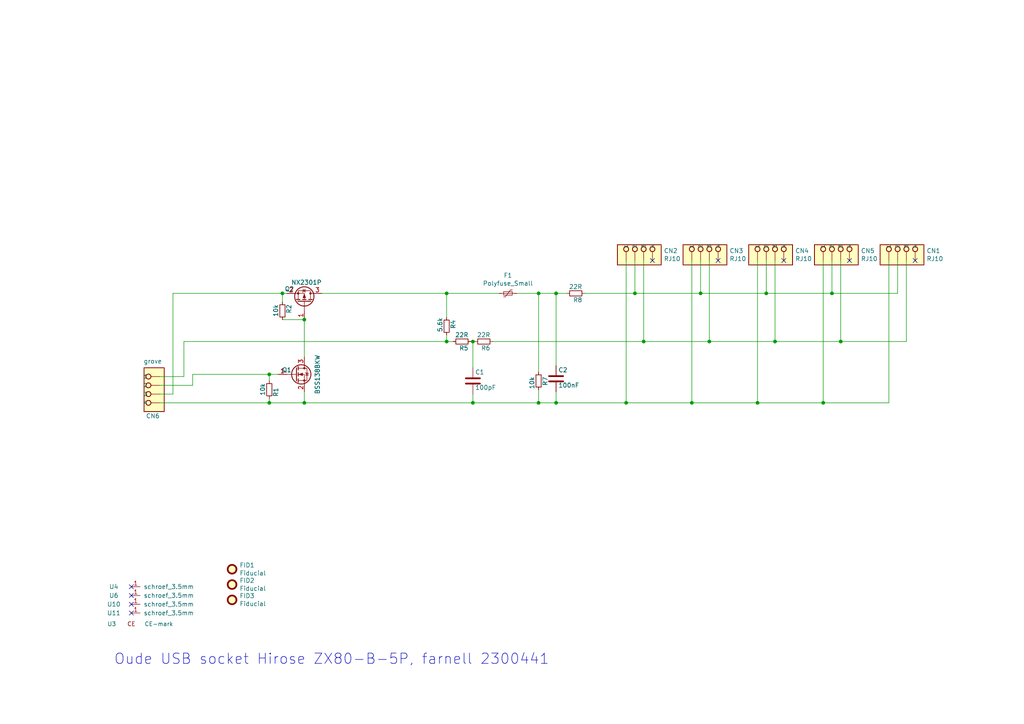
<source format=kicad_sch>
(kicad_sch (version 20230121) (generator eeschema)
  (paper "A4")
  (title_block (title "1w-grove") (date "2022-05-16") (rev "0.1"))
  (lib_symbols
    (symbol "1w-esp32-v0.4:CE-mark" (pin_names (offset 1.016))
      (property "Reference" "U" (at 0 0 0))
      (property "Value" "1w-esp32-v0.4_CE-mark" (at 0 0 0))
      (symbol "CE-mark_0_0"
        (text "CE" (at 0 0 0) (effects (font (size 1.1938 1.1938))))
      )
    )
    (symbol "1w-esp32-v0.4:Fiducial"
      (property "Reference" "FID" (at 0 5.08 0))
      (property "Value" "1w-esp32-v0.4_Fiducial" (at 0 3.175 0))
      (symbol "Fiducial_0_1"
        (circle (center 0 0) (radius 1.27) (stroke (width 0.508)) (fill (type background)))
      )
    )
    (symbol "1w-esp32-v0.4:schroef_3.5mm" (pin_names (offset 1.016))
      (property "Reference" "U" (at 0 -1.27 0))
      (property "Value" "1w-esp32-v0.4_schroef_3.5mm" (at 0 2.54 0))
      (symbol "schroef_3.5mm_1_1"
        (pin power_in line (at 0 0 0) (length 2.54) (name "schroef_3.5mm") (number "1"))
      )
    )
    (symbol "1wire-v0.4:Device_C" (pin_numbers hide) (pin_names (offset 0.254))
      (property "Reference" "C" (at 0.635 2.54 0))
      (property "Value" "Device_C" (at 0.635 -2.54 0))
      (symbol "Device_C_0_1"
        (polyline (pts (xy -2.032 -0.762) (xy 2.032 -0.762)) (stroke (width 0.508)))
        (polyline (pts (xy -2.032 0.762) (xy 2.032 0.762)) (stroke (width 0.508)))
      )
      (symbol "Device_C_1_1"
        (pin passive line (at 0 3.81 270) (length 2.794) (name "~") (number "1"))
        (pin passive line (at 0 -3.81 90) (length 2.794) (name "~") (number "2"))
      )
    )
    (symbol "1wire-v0.4:Device_Q_NMOS_GSD" (pin_names (offset 0) hide)
      (property "Reference" "Q" (at 5.08 1.27 0))
      (property "Value" "Device_Q_NMOS_GSD" (at 5.08 -1.27 0))
      (symbol "Device_Q_NMOS_GSD_0_1"
        (polyline (pts (xy 0.254 0) (xy -2.54 0)))
        (polyline (pts (xy 0.254 1.905) (xy 0.254 -1.905)) (stroke (width 0.254)))
        (polyline (pts (xy 0.762 -1.27) (xy 0.762 -2.286)) (stroke (width 0.254)))
        (polyline (pts (xy 0.762 0.508) (xy 0.762 -0.508)) (stroke (width 0.254)))
        (polyline (pts (xy 0.762 2.286) (xy 0.762 1.27)) (stroke (width 0.254)))
        (polyline (pts (xy 2.54 2.54) (xy 2.54 1.778)))
        (polyline (pts (xy 2.54 -2.54) (xy 2.54 0) (xy 0.762 0)))
        (polyline (pts (xy 0.762 -1.778) (xy 3.302 -1.778) (xy 3.302 1.778) (xy 0.762 1.778)))
        (polyline (pts (xy 1.016 0) (xy 2.032 0.381) (xy 2.032 -0.381) (xy 1.016 0)) (fill (type outline)))
        (polyline (pts (xy 2.794 0.508) (xy 2.921 0.381) (xy 3.683 0.381) (xy 3.81 0.254)))
        (polyline (pts (xy 3.302 0.381) (xy 2.921 -0.254) (xy 3.683 -0.254) (xy 3.302 0.381)))
        (circle (center 1.651 0) (radius 2.794) (stroke (width 0.254)))
        (circle (center 2.54 -1.778) (radius 0.254) (fill (type outline)))
        (circle (center 2.54 1.778) (radius 0.254) (fill (type outline)))
      )
      (symbol "Device_Q_NMOS_GSD_1_1"
        (pin input line (at -5.08 0 0) (length 2.54) (name "G") (number "1"))
        (pin passive line (at 2.54 -5.08 90) (length 2.54) (name "S") (number "2"))
        (pin passive line (at 2.54 5.08 270) (length 2.54) (name "D") (number "3"))
      )
    )
    (symbol "1wire-v0.4:Device_Q_PMOS_GSD" (pin_names (offset 0) hide)
      (property "Reference" "Q" (at 5.08 1.27 0))
      (property "Value" "Device_Q_PMOS_GSD" (at 5.08 -1.27 0))
      (symbol "Device_Q_PMOS_GSD_0_1"
        (polyline (pts (xy 0.254 0) (xy -2.54 0)))
        (polyline (pts (xy 0.254 1.905) (xy 0.254 -1.905)) (stroke (width 0.254)))
        (polyline (pts (xy 0.762 -1.27) (xy 0.762 -2.286)) (stroke (width 0.254)))
        (polyline (pts (xy 0.762 0.508) (xy 0.762 -0.508)) (stroke (width 0.254)))
        (polyline (pts (xy 0.762 2.286) (xy 0.762 1.27)) (stroke (width 0.254)))
        (polyline (pts (xy 2.54 2.54) (xy 2.54 1.778)))
        (polyline (pts (xy 2.54 -2.54) (xy 2.54 0) (xy 0.762 0)))
        (polyline (pts (xy 0.762 1.778) (xy 3.302 1.778) (xy 3.302 -1.778) (xy 0.762 -1.778)))
        (polyline (pts (xy 2.286 0) (xy 1.27 0.381) (xy 1.27 -0.381) (xy 2.286 0)) (fill (type outline)))
        (polyline (pts (xy 2.794 -0.508) (xy 2.921 -0.381) (xy 3.683 -0.381) (xy 3.81 -0.254)))
        (polyline (pts (xy 3.302 -0.381) (xy 2.921 0.254) (xy 3.683 0.254) (xy 3.302 -0.381)))
        (circle (center 1.651 0) (radius 2.794) (stroke (width 0.254)))
        (circle (center 2.54 -1.778) (radius 0.254) (fill (type outline)))
        (circle (center 2.54 1.778) (radius 0.254) (fill (type outline)))
      )
      (symbol "Device_Q_PMOS_GSD_1_1"
        (pin input line (at -5.08 0 0) (length 2.54) (name "G") (number "1"))
        (pin passive line (at 2.54 -5.08 90) (length 2.54) (name "S") (number "2"))
        (pin passive line (at 2.54 5.08 270) (length 2.54) (name "D") (number "3"))
      )
    )
    (symbol "1wire-v0.4:Device_R_Small" (pin_numbers hide) (pin_names (offset 0.254) hide)
      (property "Reference" "R" (at 0.762 0.508 0))
      (property "Value" "Device_R_Small" (at 0.762 -1.016 0))
      (symbol "Device_R_Small_0_1"
        (rectangle (start -0.762 1.778) (end 0.762 -1.778) (stroke (width 0.2032)))
      )
      (symbol "Device_R_Small_1_1"
        (pin passive line (at 0 2.54 270) (length 0.762) (name "~") (number "1"))
        (pin passive line (at 0 -2.54 90) (length 0.762) (name "~") (number "2"))
      )
    )
    (symbol "1wire-v0.4:Polyfuse_Small" (pin_numbers hide) (pin_names (offset 0))
      (property "Reference" "F" (at -1.905 0 90))
      (property "Value" "Polyfuse_Small" (at 1.905 0 90))
      (symbol "Polyfuse_Small_0_1"
        (rectangle (start -0.508 1.27) (end 0.508 -1.27))
        (polyline (pts (xy 0 2.54) (xy 0 -2.54)))
        (polyline (pts (xy -1.016 1.27) (xy -1.016 0.762) (xy 1.016 -0.762) (xy 1.016 -1.27)))
      )
      (symbol "Polyfuse_Small_1_1"
        (pin passive line (at 0 2.54 270) (length 0.635) (name "~") (number "1"))
        (pin passive line (at 0 -2.54 90) (length 0.635) (name "~") (number "2"))
      )
    )
    (symbol "1wire-v0.4:RJ10" (pin_numbers hide) (pin_names (offset 1.016))
      (property "Reference" "CN" (at -3.81 8.636 0))
      (property "Value" "RJ10" (at -3.81 -6.35 0))
      (symbol "RJ10_0_0"
        (rectangle (start -3.81 -5.08) (end 2.032 7.62) (stroke (width 0.254)) (fill (type background)))
        (circle (center 0.762 -2.54) (radius 0.7112) (stroke (width 0.254)))
        (circle (center 0.762 0) (radius 0.7112) (stroke (width 0.254)))
        (circle (center 0.762 2.54) (radius 0.7112) (stroke (width 0.254)))
        (circle (center 0.762 5.08) (radius 0.7112) (stroke (width 0.254)))
        (pin power_in line (at -2.54 -2.54 0) (length 2.54) (name "1") (number "1"))
        (pin bidirectional line (at -2.54 0 0) (length 2.54) (name "2") (number "2"))
        (pin bidirectional line (at -2.54 2.54 0) (length 2.54) (name "3") (number "3"))
        (pin bidirectional line (at -2.54 5.08 0) (length 2.54) (name "4") (number "4"))
      )
    )
  )
  (junction (at 137.16 116.84))
  (junction (at 129.54 99.06))
  (junction (at 129.54 85.09))
  (junction (at 243.84 99.06))
  (junction (at 161.29 85.09))
  (junction (at 78.105 116.84))
  (junction (at 161.29 116.84))
  (junction (at 88.265 92.71))
  (junction (at 88.265 116.84))
  (junction (at 200.66 116.84))
  (junction (at 238.76 116.84))
  (junction (at 78.105 108.585))
  (junction (at 203.2 85.09))
  (junction (at 222.25 85.09))
  (junction (at 156.21 85.09))
  (junction (at 219.71 116.84))
  (junction (at 205.74 99.06))
  (junction (at 186.69 99.06))
  (junction (at 241.3 85.09))
  (junction (at 224.79 99.06))
  (junction (at 184.15 85.09))
  (junction (at 156.21 116.84))
  (junction (at 137.16 99.06))
  (junction (at 81.915 85.09))
  (junction (at 181.61 116.84))
  (no_connect (at 38.1 177.8))
  (no_connect (at 38.1 172.72))
  (no_connect (at 38.1 175.26))
  (no_connect (at 38.1 170.18))
  (no_connect (at 227.33 75.565))
  (no_connect (at 265.43 75.565))
  (no_connect (at 208.28 75.565))
  (no_connect (at 246.38 75.565))
  (no_connect (at 189.23 75.565))
  (wire (pts (xy 156.21 85.09) (xy 161.29 85.09)))
  (wire (pts (xy 238.76 75.565) (xy 238.76 116.84)))
  (wire (pts (xy 161.29 85.09) (xy 164.465 85.09)))
  (wire (pts (xy 137.16 99.06) (xy 136.525 99.06)))
  (wire (pts (xy 55.88 108.585) (xy 78.105 108.585)))
  (wire (pts (xy 241.3 85.09) (xy 260.35 85.09)))
  (wire (pts (xy 224.79 75.565) (xy 224.79 99.06)))
  (wire (pts (xy 161.29 106.045) (xy 161.29 85.09)))
  (wire (pts (xy 137.16 114.3) (xy 137.16 116.84)))
  (wire (pts (xy 241.3 75.565) (xy 241.3 85.09)))
  (wire (pts (xy 224.79 99.06) (xy 243.84 99.06)))
  (wire (pts (xy 129.54 97.155) (xy 129.54 99.06)))
  (wire (pts (xy 161.29 116.84) (xy 181.61 116.84)))
  (wire (pts (xy 88.265 116.84) (xy 137.16 116.84)))
  (wire (pts (xy 243.84 99.06) (xy 262.89 99.06)))
  (wire (pts (xy 238.76 116.84) (xy 257.81 116.84)))
  (wire (pts (xy 219.71 75.565) (xy 219.71 116.84)))
  (wire (pts (xy 129.54 85.09) (xy 129.54 92.075)))
  (wire (pts (xy 222.25 85.09) (xy 241.3 85.09)))
  (wire (pts (xy 161.29 116.84) (xy 161.29 113.665)))
  (wire (pts (xy 184.15 75.565) (xy 184.15 85.09)))
  (wire (pts (xy 137.795 99.06) (xy 137.16 99.06)))
  (wire (pts (xy 50.165 85.09) (xy 81.915 85.09)))
  (wire (pts (xy 46.355 116.84) (xy 78.105 116.84)))
  (wire (pts (xy 156.21 107.95) (xy 156.21 85.09)))
  (wire (pts (xy 53.34 99.06) (xy 129.54 99.06)))
  (wire (pts (xy 78.105 108.585) (xy 80.645 108.585)))
  (wire (pts (xy 203.2 75.565) (xy 203.2 85.09)))
  (wire (pts (xy 181.61 116.84) (xy 200.66 116.84)))
  (wire (pts (xy 88.265 113.665) (xy 88.265 116.84)))
  (wire (pts (xy 137.16 106.68) (xy 137.16 99.06)))
  (wire (pts (xy 186.69 99.06) (xy 205.74 99.06)))
  (wire (pts (xy 81.915 92.71) (xy 88.265 92.71)))
  (wire (pts (xy 149.86 85.09) (xy 156.21 85.09)))
  (wire (pts (xy 129.54 99.06) (xy 131.445 99.06)))
  (wire (pts (xy 142.875 99.06) (xy 186.69 99.06)))
  (wire (pts (xy 243.84 75.565) (xy 243.84 99.06)))
  (wire (pts (xy 222.25 75.565) (xy 222.25 85.09)))
  (wire (pts (xy 219.71 116.84) (xy 238.76 116.84)))
  (wire (pts (xy 260.35 85.09) (xy 260.35 75.565)))
  (wire (pts (xy 137.16 116.84) (xy 156.21 116.84)))
  (wire (pts (xy 46.355 111.76) (xy 55.88 111.76)))
  (wire (pts (xy 156.21 116.84) (xy 161.29 116.84)))
  (wire (pts (xy 205.74 99.06) (xy 224.79 99.06)))
  (wire (pts (xy 200.66 116.84) (xy 219.71 116.84)))
  (wire (pts (xy 81.915 85.09) (xy 83.185 85.09)))
  (wire (pts (xy 129.54 85.09) (xy 144.78 85.09)))
  (wire (pts (xy 169.545 85.09) (xy 184.15 85.09)))
  (wire (pts (xy 184.15 85.09) (xy 203.2 85.09)))
  (wire (pts (xy 55.88 111.76) (xy 55.88 108.585)))
  (wire (pts (xy 46.355 114.3) (xy 50.165 114.3)))
  (wire (pts (xy 203.2 85.09) (xy 222.25 85.09)))
  (wire (pts (xy 93.345 85.09) (xy 129.54 85.09)))
  (wire (pts (xy 200.66 75.565) (xy 200.66 116.84)))
  (wire (pts (xy 53.34 99.06) (xy 53.34 109.22)))
  (wire (pts (xy 78.105 110.49) (xy 78.105 108.585)))
  (wire (pts (xy 78.105 115.57) (xy 78.105 116.84)))
  (wire (pts (xy 257.81 116.84) (xy 257.81 75.565)))
  (wire (pts (xy 53.34 109.22) (xy 46.355 109.22)))
  (wire (pts (xy 262.89 99.06) (xy 262.89 75.565)))
  (wire (pts (xy 181.61 75.565) (xy 181.61 116.84)))
  (wire (pts (xy 186.69 75.565) (xy 186.69 99.06)))
  (wire (pts (xy 88.265 92.71) (xy 88.265 103.505)))
  (wire (pts (xy 205.74 75.565) (xy 205.74 99.06)))
  (wire (pts (xy 50.165 114.3) (xy 50.165 85.09)))
  (wire (pts (xy 156.21 116.84) (xy 156.21 113.03)))
  (wire (pts (xy 81.915 87.63) (xy 81.915 85.09)))
  (wire (pts (xy 78.105 116.84) (xy 88.265 116.84)))
  (text "Oude USB socket Hirose ZX80-B-5P, farnell 2300441" (at 33.02 193.04 0) (effects (font (size 2.9972 2.9972)) (justify left bottom)))
  (symbol (lib_id "1w-esp32-v0.4:schroef_3.5mm") (at 38.1 170.18 0) (unit 1)
    (property "Reference" "U4" (at 33.02 170.18 0))
    (property "Value" "schroef_3.5mm" (effects hide))
    (property "Footprint" "1w-esp32-v0.4:schroef_3.5mm" (effects hide))
  )
  (symbol (lib_id "1w-esp32-v0.4:schroef_3.5mm") (at 38.1 172.72 0) (unit 1)
    (property "Reference" "U6" (at 33.02 172.72 0))
    (property "Value" "schroef_3.5mm" (effects hide))
    (property "Footprint" "1w-esp32-v0.4:schroef_3.5mm" (effects hide))
  )
  (symbol (lib_id "1w-esp32-v0.4:schroef_3.5mm") (at 38.1 175.26 0) (unit 1)
    (property "Reference" "U10" (at 33.02 175.26 0))
    (property "Value" "schroef_3.5mm" (effects hide))
    (property "Footprint" "1w-esp32-v0.4:schroef_3.5mm" (effects hide))
  )
  (symbol (lib_id "1w-esp32-v0.4:schroef_3.5mm") (at 38.1 177.8 0) (unit 1)
    (property "Reference" "U11" (at 33.02 177.8 0))
    (property "Value" "schroef_3.5mm" (effects hide))
    (property "Footprint" "1w-esp32-v0.4:schroef_3.5mm" (effects hide))
  )
  (symbol (lib_id "1w-esp32-v0.4:Fiducial") (at 67.31 165.1 0) (unit 1)
    (property "Reference" "FID1" (at 69.469 163.9316 0) (effects (justify left)))
    (property "Value" "Fiducial" (at 69.469 166.243 0) (effects (justify left)))
    (property "Footprint" "1w-esp32-v0.4:Fiducial_1mm_Mask3mm" (effects hide))
  )
  (symbol (lib_id "1w-esp32-v0.4:Fiducial") (at 67.31 169.545 0) (unit 1)
    (property "Reference" "FID2" (at 69.469 168.3766 0) (effects (justify left)))
    (property "Value" "Fiducial" (at 69.469 170.688 0) (effects (justify left)))
    (property "Footprint" "1w-esp32-v0.4:Fiducial_1mm_Mask3mm" (effects hide))
  )
  (symbol (lib_id "1w-esp32-v0.4:Fiducial") (at 67.31 173.99 0) (unit 1)
    (property "Reference" "FID3" (at 69.469 172.8216 0) (effects (justify left)))
    (property "Value" "Fiducial" (at 69.469 175.133 0) (effects (justify left)))
    (property "Footprint" "1w-esp32-v0.4:Fiducial_1mm_Mask3mm" (effects hide))
  )
  (symbol (lib_id "1w-esp32-v0.4:CE-mark") (at 38.1 180.975 0) (unit 1)
    (property "Reference" "U3" (at 31.115 180.975 0) (effects (font (size 1.1938 1.1938)) (justify left)))
    (property "Value" "CE-mark" (at 41.91 180.975 0) (effects (font (size 1.1938 1.1938)) (justify left)))
    (property "Footprint" "1w-esp32-v0.4:CE-140" (effects hide))
  )
  (symbol (lib_id "1wire-v0.4:Device_R_Small") (at 156.21 110.49 180) (unit 1)
    (property "Reference" "R7" (at 158.115 109.22 90) (effects (justify left)))
    (property "Value" "10k" (at 154.305 109.22 90) (effects (justify left)))
    (property "Footprint" "1wire-v0.4:R_0805_2012Metric" (effects hide))
  )
  (symbol (lib_id "1wire-v0.4:Device_R_Small") (at 78.105 113.03 180) (unit 1)
    (property "Reference" "R1" (at 80.01 112.395 90) (effects (justify left)))
    (property "Value" "10k" (at 76.2 111.125 90) (effects (justify left)))
    (property "Footprint" "1wire-v0.4:R_0805_2012Metric" (effects hide))
  )
  (symbol (lib_id "1wire-v0.4:Device_R_Small") (at 167.005 85.09 90) (unit 1)
    (property "Reference" "R8" (at 168.91 86.995 90) (effects (justify left)))
    (property "Value" "22R" (at 168.91 83.185 90) (effects (justify left)))
    (property "Footprint" "1wire-v0.4:R_0805_2012Metric" (effects hide))
  )
  (symbol (lib_id "1wire-v0.4:RJ10") (at 184.15 73.025 270) (mirror x) (unit 1)
    (property "Reference" "CN2" (at 192.532 72.7456 90) (effects (justify left)))
    (property "Value" "RJ10" (at 192.532 75.057 90) (effects (justify left)))
    (property "Footprint" "1w-esp32-v0.4:rj10-v2" (effects hide))
  )
  (symbol (lib_id "1wire-v0.4:RJ10") (at 43.815 111.76 180) (unit 1)
    (property "Reference" "CN6" (at 46.355 120.65 0) (effects (justify left)))
    (property "Value" "grove" (at 46.99 104.775 0) (effects (justify left)))
    (property "Footprint" "grove:grove-v0.1" (effects hide))
  )
  (symbol (lib_id "1wire-v0.4:Device_Q_PMOS_GSD") (at 88.265 87.63 270) (mirror x) (unit 1)
    (property "Reference" "Q2" (at 82.55 83.82 90) (effects (justify left)))
    (property "Value" "NX2301P" (at 84.455 81.915 90) (effects (justify left)))
    (property "Footprint" "1wire-v0.4:SOT-23-3" (effects hide))
  )
  (symbol (lib_id "1wire-v0.4:Device_C") (at 137.16 110.49 0) (unit 1)
    (property "Reference" "C1" (at 137.795 107.95 0) (effects (justify left)))
    (property "Value" "100pF" (at 137.795 112.395 0) (effects (justify left)))
    (property "Footprint" "1wire-v0.4:C_0805_2012Metric" (effects hide))
  )
  (symbol (lib_id "1wire-v0.4:RJ10") (at 222.25 73.025 270) (mirror x) (unit 1)
    (property "Reference" "CN4" (at 230.632 72.7456 90) (effects (justify left)))
    (property "Value" "RJ10" (at 230.632 75.057 90) (effects (justify left)))
    (property "Footprint" "1w-esp32-v0.4:rj10-v2" (effects hide))
  )
  (symbol (lib_id "1wire-v0.4:Device_R_Small") (at 81.915 90.17 180) (unit 1)
    (property "Reference" "R2" (at 83.82 88.265 90) (effects (justify left)))
    (property "Value" "10k" (at 80.01 88.265 90) (effects (justify left)))
    (property "Footprint" "1wire-v0.4:R_0805_2012Metric" (effects hide))
  )
  (symbol (lib_id "1wire-v0.4:Device_R_Small") (at 129.54 94.615 180) (unit 1)
    (property "Reference" "R4" (at 131.445 92.71 90) (effects (justify left)))
    (property "Value" "5.6k" (at 127.635 92.075 90) (effects (justify left)))
    (property "Footprint" "1wire-v0.4:R_0805_2012Metric" (effects hide))
  )
  (symbol (lib_id "1wire-v0.4:Device_R_Small") (at 133.985 99.06 90) (unit 1)
    (property "Reference" "R5" (at 135.89 100.965 90) (effects (justify left)))
    (property "Value" "22R" (at 135.89 97.155 90) (effects (justify left)))
    (property "Footprint" "1wire-v0.4:R_0805_2012Metric" (effects hide))
  )
  (symbol (lib_id "1wire-v0.4:RJ10") (at 203.2 73.025 270) (mirror x) (unit 1)
    (property "Reference" "CN3" (at 211.582 72.7456 90) (effects (justify left)))
    (property "Value" "RJ10" (at 211.582 75.057 90) (effects (justify left)))
    (property "Footprint" "1w-esp32-v0.4:rj10-v2" (effects hide))
  )
  (symbol (lib_id "1wire-v0.4:RJ10") (at 260.35 73.025 270) (mirror x) (unit 1)
    (property "Reference" "CN1" (at 268.732 72.7456 90) (effects (justify left)))
    (property "Value" "RJ10" (at 268.732 75.057 90) (effects (justify left)))
    (property "Footprint" "1w-esp32-v0.4:rj10-v2" (effects hide))
  )
  (symbol (lib_id "1wire-v0.4:Device_Q_NMOS_GSD") (at 85.725 108.585 0) (unit 1)
    (property "Reference" "Q1" (at 83.185 107.315 0))
    (property "Value" "BSS138BKW" (at 92.075 108.585 90))
    (property "Footprint" "1wire-v0.4:SOT-323" (effects hide))
  )
  (symbol (lib_id "1wire-v0.4:Polyfuse_Small") (at 147.32 85.09 270) (unit 1)
    (property "Reference" "F1" (at 147.32 79.883 90))
    (property "Value" "Polyfuse_Small" (at 147.32 82.1944 90))
    (property "Footprint" "1wire-v0.4:C1210" (effects hide))
  )
  (symbol (lib_id "1wire-v0.4:Device_R_Small") (at 140.335 99.06 90) (unit 1)
    (property "Reference" "R6" (at 142.24 100.965 90) (effects (justify left)))
    (property "Value" "22R" (at 142.24 97.155 90) (effects (justify left)))
    (property "Footprint" "1wire-v0.4:R_0805_2012Metric" (effects hide))
  )
  (symbol (lib_id "1wire-v0.4:RJ10") (at 241.3 73.025 270) (mirror x) (unit 1)
    (property "Reference" "CN5" (at 249.682 72.7456 90) (effects (justify left)))
    (property "Value" "RJ10" (at 249.682 75.057 90) (effects (justify left)))
    (property "Footprint" "1w-esp32-v0.4:rj10-v2" (effects hide))
  )
  (symbol (lib_id "1wire-v0.4:Device_C") (at 161.29 109.855 0) (unit 1)
    (property "Reference" "C2" (at 161.925 107.315 0) (effects (justify left)))
    (property "Value" "100nF" (at 161.925 111.76 0) (effects (justify left)))
    (property "Footprint" "1wire-v0.4:C_0805_2012Metric" (effects hide))
  )
)
</source>
